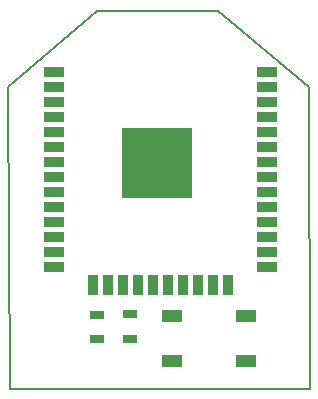
<source format=gtp>
%TF.GenerationSoftware,KiCad,Pcbnew,(5.1.0-1094-g655126d66)*%
%TF.CreationDate,2019-06-26T20:43:34+09:00*%
%TF.ProjectId,xbee,78626565-2e6b-4696-9361-645f70636258,rev?*%
%TF.SameCoordinates,Original*%
%TF.FileFunction,Paste,Top*%
%TF.FilePolarity,Positive*%
%FSLAX46Y46*%
G04 Gerber Fmt 4.6, Leading zero omitted, Abs format (unit mm)*
G04 Created by KiCad (PCBNEW (5.1.0-1094-g655126d66)) date 2019-06-26 20:43:34*
%MOMM*%
%LPD*%
G04 APERTURE LIST*
%ADD10C,0.150000*%
%ADD11R,1.200000X0.700000*%
%ADD12R,1.750000X0.900000*%
%ADD13R,0.900000X1.750000*%
%ADD14R,6.000000X6.000000*%
%ADD15R,1.700000X1.000000*%
G04 APERTURE END LIST*
D10*
X143250000Y-90250000D02*
X153500000Y-90250000D01*
X135750000Y-96750000D02*
X143250000Y-90250000D01*
X135750000Y-96750000D02*
X135850000Y-122250000D01*
X153500000Y-90250000D02*
X161201100Y-96750000D01*
X161201100Y-96750000D02*
X161250000Y-122250000D01*
X161250000Y-122250000D02*
X135850000Y-122250000D01*
D11*
X146020000Y-115950000D03*
X143226000Y-115984000D03*
X146020000Y-118050000D03*
X143226000Y-118050000D03*
D12*
X157600434Y-95482662D03*
X157600434Y-96752662D03*
X157600434Y-98022662D03*
X157600434Y-99292662D03*
X157600434Y-100562662D03*
X157600434Y-101832662D03*
X157600434Y-103102662D03*
X157600434Y-104372662D03*
X157600434Y-105642662D03*
X157600434Y-106912662D03*
X157600434Y-108182662D03*
X157600434Y-109452662D03*
X157600434Y-110722662D03*
X157600434Y-111992662D03*
D13*
X154315434Y-113482662D03*
X153045434Y-113482662D03*
X151775434Y-113482662D03*
X150505434Y-113482662D03*
X149235434Y-113482662D03*
X147965434Y-113482662D03*
X146695434Y-113482662D03*
X145425434Y-113482662D03*
X144155434Y-113482662D03*
X142885434Y-113482662D03*
D12*
X139600434Y-111992662D03*
X139600434Y-110722662D03*
X139600434Y-109452662D03*
X139600434Y-108182662D03*
X139600434Y-106912662D03*
X139600434Y-105642662D03*
X139600434Y-104372662D03*
X139600434Y-103102662D03*
X139600434Y-101832662D03*
X139600434Y-100562662D03*
X139600434Y-99292662D03*
X139600434Y-98022662D03*
X139600434Y-96752662D03*
X139600434Y-95482662D03*
D14*
X148300434Y-103182662D03*
D15*
X155900000Y-119900000D03*
X149600000Y-119900000D03*
X155900000Y-116100000D03*
X149600000Y-116100000D03*
M02*

</source>
